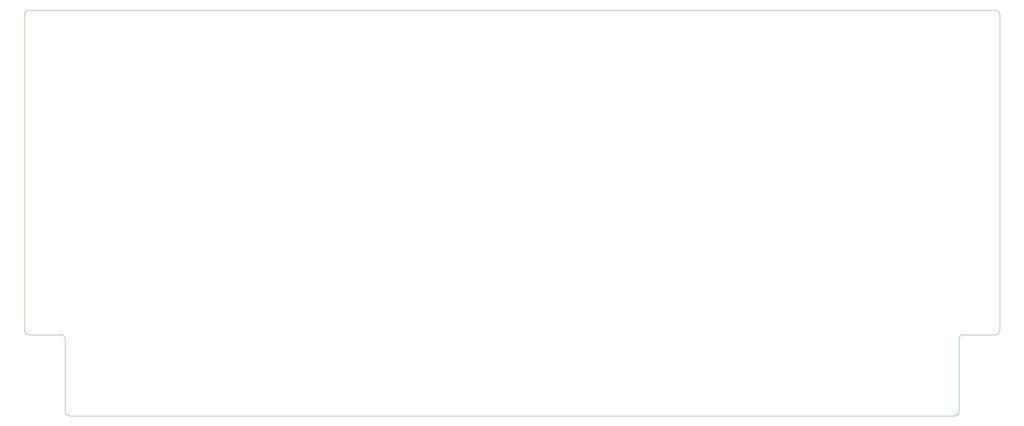
<source format=gbr>
%TF.GenerationSoftware,KiCad,Pcbnew,9.0.1*%
%TF.CreationDate,2025-05-11T16:27:20+09:00*%
%TF.ProjectId,Switch_plate,53776974-6368-45f7-906c-6174652e6b69,rev?*%
%TF.SameCoordinates,Original*%
%TF.FileFunction,Profile,NP*%
%FSLAX46Y46*%
G04 Gerber Fmt 4.6, Leading zero omitted, Abs format (unit mm)*
G04 Created by KiCad (PCBNEW 9.0.1) date 2025-05-11 16:27:20*
%MOMM*%
%LPD*%
G01*
G04 APERTURE LIST*
%TA.AperFunction,Profile*%
%ADD10C,0.050000*%
%TD*%
G04 APERTURE END LIST*
D10*
X28575000Y-62912552D02*
G75*
G02*
X29575000Y-61912550I1000000J2D01*
G01*
X247650000Y-139112500D02*
X247650000Y-156162500D01*
X256175000Y-138112500D02*
X248650000Y-138112500D01*
X247650000Y-139112500D02*
G75*
G02*
X248650000Y-138112500I1000000J0D01*
G01*
X256175000Y-61912500D02*
X29575000Y-61912500D01*
X247650000Y-156162500D02*
G75*
G02*
X246650000Y-157162500I-1000000J0D01*
G01*
X39100000Y-157162500D02*
G75*
G02*
X38100000Y-156162500I0J1000000D01*
G01*
X29575000Y-138112500D02*
G75*
G02*
X28575000Y-137112500I0J1000000D01*
G01*
X28575000Y-62912552D02*
X28575000Y-137112500D01*
X39100000Y-157162500D02*
X246650000Y-157162500D01*
X37100000Y-138112500D02*
X29575000Y-138112500D01*
X257175000Y-137112500D02*
G75*
G02*
X256175000Y-138112500I-1000000J0D01*
G01*
X37100000Y-138112500D02*
G75*
G02*
X38100000Y-139112500I0J-1000000D01*
G01*
X256175000Y-61912500D02*
G75*
G02*
X257175000Y-62912500I0J-1000000D01*
G01*
X38100000Y-156162500D02*
X38100000Y-139112500D01*
X257175000Y-137112500D02*
X257175000Y-62912500D01*
M02*

</source>
